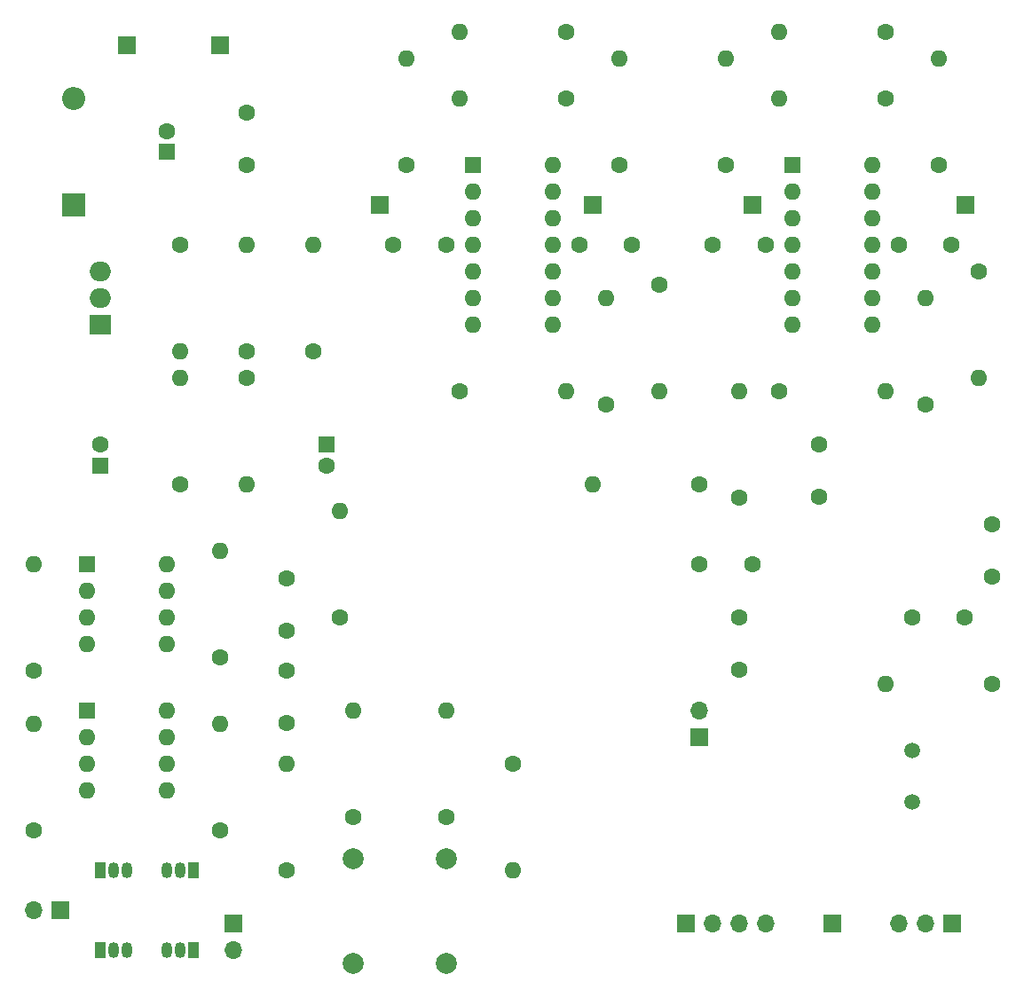
<source format=gbr>
%TF.GenerationSoftware,KiCad,Pcbnew,5.1.8-5.1.8*%
%TF.CreationDate,2021-02-27T17:22:07+08:00*%
%TF.ProjectId,Resolver,5265736f-6c76-4657-922e-6b696361645f,rev?*%
%TF.SameCoordinates,Original*%
%TF.FileFunction,Soldermask,Bot*%
%TF.FilePolarity,Negative*%
%FSLAX46Y46*%
G04 Gerber Fmt 4.6, Leading zero omitted, Abs format (unit mm)*
G04 Created by KiCad (PCBNEW 5.1.8-5.1.8) date 2021-02-27 17:22:07*
%MOMM*%
%LPD*%
G01*
G04 APERTURE LIST*
%ADD10O,1.600000X1.600000*%
%ADD11C,1.600000*%
%ADD12O,1.700000X1.700000*%
%ADD13R,1.700000X1.700000*%
%ADD14C,1.500000*%
%ADD15R,1.600000X1.600000*%
%ADD16O,2.000000X1.905000*%
%ADD17R,2.000000X1.905000*%
%ADD18R,1.050000X1.500000*%
%ADD19O,1.050000X1.500000*%
%ADD20O,2.200000X2.200000*%
%ADD21R,2.200000X2.200000*%
%ADD22C,2.000000*%
G04 APERTURE END LIST*
D10*
%TO.C,R31*%
X181610000Y-473710000D03*
D11*
X181610000Y-483870000D03*
%TD*%
D10*
%TO.C,R30*%
X194310000Y-472440000D03*
D11*
X194310000Y-482600000D03*
%TD*%
D10*
%TO.C,R29*%
X203200000Y-472440000D03*
D11*
X203200000Y-482600000D03*
%TD*%
D10*
%TO.C,R28*%
X187960000Y-477520000D03*
D11*
X187960000Y-487680000D03*
%TD*%
D10*
%TO.C,R27*%
X209550000Y-487680000D03*
D11*
X209550000Y-477520000D03*
%TD*%
D10*
%TO.C,R26*%
X163830000Y-473710000D03*
D11*
X163830000Y-483870000D03*
%TD*%
D10*
%TO.C,R25*%
X181610000Y-457200000D03*
D11*
X181610000Y-467360000D03*
%TD*%
D10*
%TO.C,R24*%
X231140000Y-441960000D03*
D11*
X231140000Y-452120000D03*
%TD*%
D10*
%TO.C,R23*%
X217170000Y-450850000D03*
D11*
X227330000Y-450850000D03*
%TD*%
D10*
%TO.C,R22*%
X245110000Y-441960000D03*
D11*
X234950000Y-441960000D03*
%TD*%
D10*
%TO.C,R21*%
X214630000Y-441960000D03*
D11*
X204470000Y-441960000D03*
%TD*%
D10*
%TO.C,R20*%
X248920000Y-433070000D03*
D11*
X248920000Y-443230000D03*
%TD*%
D10*
%TO.C,R19*%
X218440000Y-433070000D03*
D11*
X218440000Y-443230000D03*
%TD*%
D10*
%TO.C,R18*%
X254000000Y-440690000D03*
D11*
X254000000Y-430530000D03*
%TD*%
D10*
%TO.C,R17*%
X234950000Y-407670000D03*
D11*
X245110000Y-407670000D03*
%TD*%
D10*
%TO.C,R16*%
X223520000Y-441960000D03*
D11*
X223520000Y-431800000D03*
%TD*%
D10*
%TO.C,R15*%
X204470000Y-407670000D03*
D11*
X214630000Y-407670000D03*
%TD*%
D10*
%TO.C,R14*%
X229870000Y-410210000D03*
D11*
X229870000Y-420370000D03*
%TD*%
D10*
%TO.C,R13*%
X199390000Y-410210000D03*
D11*
X199390000Y-420370000D03*
%TD*%
D10*
%TO.C,R12*%
X250190000Y-410210000D03*
D11*
X250190000Y-420370000D03*
%TD*%
D10*
%TO.C,R11*%
X219710000Y-410210000D03*
D11*
X219710000Y-420370000D03*
%TD*%
D10*
%TO.C,R10*%
X234950000Y-414020000D03*
D11*
X245110000Y-414020000D03*
%TD*%
D10*
%TO.C,R9*%
X204470000Y-414020000D03*
D11*
X214630000Y-414020000D03*
%TD*%
D10*
%TO.C,R8*%
X163830000Y-458470000D03*
D11*
X163830000Y-468630000D03*
%TD*%
D10*
%TO.C,R7*%
X193040000Y-453390000D03*
D11*
X193040000Y-463550000D03*
%TD*%
D10*
%TO.C,R6*%
X177800000Y-440690000D03*
D11*
X177800000Y-450850000D03*
%TD*%
D10*
%TO.C,R5*%
X184150000Y-450850000D03*
D11*
X184150000Y-440690000D03*
%TD*%
D10*
%TO.C,R4*%
X245110000Y-469900000D03*
D11*
X255270000Y-469900000D03*
%TD*%
D10*
%TO.C,R3*%
X177800000Y-438150000D03*
D11*
X177800000Y-427990000D03*
%TD*%
D10*
%TO.C,R2*%
X190500000Y-427990000D03*
D11*
X190500000Y-438150000D03*
%TD*%
D10*
%TO.C,R1*%
X184150000Y-427990000D03*
D11*
X184150000Y-438150000D03*
%TD*%
D12*
%TO.C,J13*%
X182880000Y-495300000D03*
D13*
X182880000Y-492760000D03*
%TD*%
D14*
%TO.C,Y1*%
X247650000Y-481130000D03*
X247650000Y-476250000D03*
%TD*%
D10*
%TO.C,U8*%
X176530000Y-472440000D03*
X168910000Y-480060000D03*
X176530000Y-474980000D03*
X168910000Y-477520000D03*
X176530000Y-477520000D03*
X168910000Y-474980000D03*
X176530000Y-480060000D03*
D15*
X168910000Y-472440000D03*
%TD*%
D10*
%TO.C,U7*%
X243840000Y-420370000D03*
X236220000Y-435610000D03*
X243840000Y-422910000D03*
X236220000Y-433070000D03*
X243840000Y-425450000D03*
X236220000Y-430530000D03*
X243840000Y-427990000D03*
X236220000Y-427990000D03*
X243840000Y-430530000D03*
X236220000Y-425450000D03*
X243840000Y-433070000D03*
X236220000Y-422910000D03*
X243840000Y-435610000D03*
D15*
X236220000Y-420370000D03*
%TD*%
D10*
%TO.C,U6*%
X213360000Y-420370000D03*
X205740000Y-435610000D03*
X213360000Y-422910000D03*
X205740000Y-433070000D03*
X213360000Y-425450000D03*
X205740000Y-430530000D03*
X213360000Y-427990000D03*
X205740000Y-427990000D03*
X213360000Y-430530000D03*
X205740000Y-425450000D03*
X213360000Y-433070000D03*
X205740000Y-422910000D03*
X213360000Y-435610000D03*
D15*
X205740000Y-420370000D03*
%TD*%
D10*
%TO.C,U2*%
X176530000Y-458470000D03*
X168910000Y-466090000D03*
X176530000Y-461010000D03*
X168910000Y-463550000D03*
X176530000Y-463550000D03*
X168910000Y-461010000D03*
X176530000Y-466090000D03*
D15*
X168910000Y-458470000D03*
%TD*%
D16*
%TO.C,U1*%
X170180000Y-430530000D03*
X170180000Y-433070000D03*
D17*
X170180000Y-435610000D03*
%TD*%
D18*
%TO.C,Q4*%
X179070000Y-487680000D03*
D19*
X176530000Y-487680000D03*
X177800000Y-487680000D03*
%TD*%
D18*
%TO.C,Q3*%
X179070000Y-495300000D03*
D19*
X176530000Y-495300000D03*
X177800000Y-495300000D03*
%TD*%
D18*
%TO.C,Q2*%
X170180000Y-487680000D03*
D19*
X172720000Y-487680000D03*
X171450000Y-487680000D03*
%TD*%
D18*
%TO.C,Q1*%
X170180000Y-495300000D03*
D19*
X172720000Y-495300000D03*
X171450000Y-495300000D03*
%TD*%
D12*
%TO.C,J12*%
X163830000Y-491490000D03*
D13*
X166370000Y-491490000D03*
%TD*%
%TO.C,J11*%
X240030000Y-492760000D03*
%TD*%
D12*
%TO.C,J10*%
X233680000Y-492760000D03*
X231140000Y-492760000D03*
X228600000Y-492760000D03*
D13*
X226060000Y-492760000D03*
%TD*%
D12*
%TO.C,J9*%
X227330000Y-472440000D03*
D13*
X227330000Y-474980000D03*
%TD*%
D12*
%TO.C,J8*%
X246380000Y-492760000D03*
X248920000Y-492760000D03*
D13*
X251460000Y-492760000D03*
%TD*%
%TO.C,J6*%
X181610000Y-408940000D03*
%TD*%
%TO.C,J5*%
X172720000Y-408940000D03*
%TD*%
%TO.C,J4*%
X196850000Y-424180000D03*
%TD*%
%TO.C,J3*%
X252730000Y-424180000D03*
%TD*%
%TO.C,J2*%
X232410000Y-424180000D03*
%TD*%
%TO.C,J1*%
X217170000Y-424180000D03*
%TD*%
D20*
%TO.C,D1*%
X167640000Y-414020000D03*
D21*
X167640000Y-424180000D03*
%TD*%
D11*
%TO.C,C24*%
X187960000Y-459820000D03*
X187960000Y-464820000D03*
%TD*%
%TO.C,C23*%
X187960000Y-473630000D03*
X187960000Y-468630000D03*
%TD*%
D22*
%TO.C,C22*%
X194310000Y-486570000D03*
X194310000Y-496570000D03*
%TD*%
%TO.C,C21*%
X203200000Y-486570000D03*
X203200000Y-496570000D03*
%TD*%
D11*
%TO.C,C19*%
X238760000Y-447040000D03*
X238760000Y-452040000D03*
%TD*%
%TO.C,C18*%
X227410000Y-458470000D03*
X232410000Y-458470000D03*
%TD*%
%TO.C,C17*%
X228680000Y-427990000D03*
X233680000Y-427990000D03*
%TD*%
%TO.C,C16*%
X198200000Y-427990000D03*
X203200000Y-427990000D03*
%TD*%
%TO.C,C15*%
X251380000Y-427990000D03*
X246380000Y-427990000D03*
%TD*%
%TO.C,C14*%
X220900000Y-427990000D03*
X215900000Y-427990000D03*
%TD*%
%TO.C,C12*%
X255270000Y-459660000D03*
X255270000Y-454660000D03*
%TD*%
%TO.C,C8*%
X231140000Y-468550000D03*
X231140000Y-463550000D03*
%TD*%
%TO.C,C7*%
X252650000Y-463550000D03*
X247650000Y-463550000D03*
%TD*%
%TO.C,C4*%
X170180000Y-447040000D03*
D15*
X170180000Y-449040000D03*
%TD*%
D11*
%TO.C,C3*%
X191770000Y-449040000D03*
D15*
X191770000Y-447040000D03*
%TD*%
D11*
%TO.C,C2*%
X184150000Y-415370000D03*
X184150000Y-420370000D03*
%TD*%
%TO.C,C1*%
X176530000Y-417100000D03*
D15*
X176530000Y-419100000D03*
%TD*%
M02*

</source>
